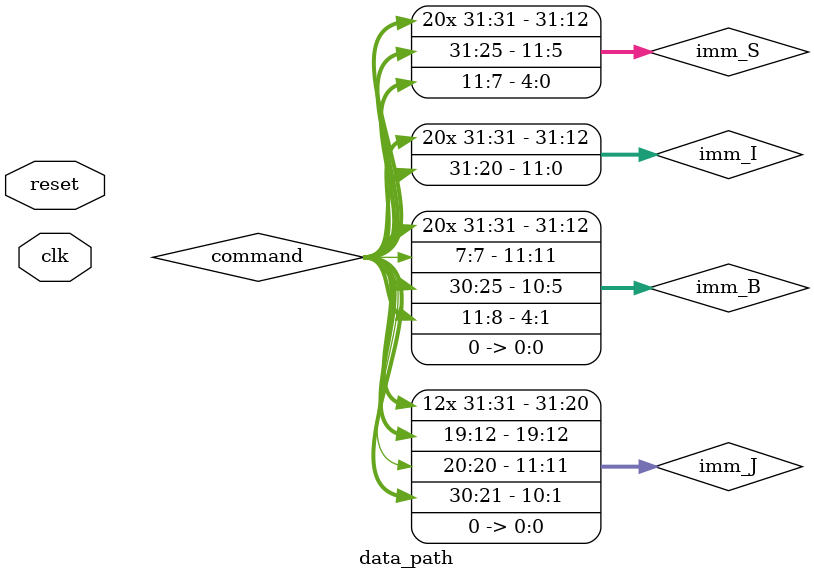
<source format=v>
`timescale 1ns / 1ps

module data_path (
	input           clk,
	input           reset
	);

    reg		[6:0]	PC;
	wire	[31:0]	command;
	wire	[31:0]	data[0:3];
	wire			comp;
	wire    [31:0]  mul[0:5];
	wire	[31:0]	imm_I;
	wire	[31:0]	imm_S;
	wire	[31:0]	imm_J;
	wire	[31:0]	imm_B;

	wire	[1:0]	ex_op_a_sel_o;
	wire	[2:0]	ex_op_b_sel_o;  
	wire	[4:0]	alu_op_o;  
	wire			mem_req_o;      
	wire			mem_we_o;      
	wire	[2:0]	mem_size_o;     
	wire			gpr_we_a_o;     
	wire			wb_src_sel_o;   
	wire			illegal_instr_o;
	wire			branch_o;
	wire			jal_o;       
	wire			jalr_o;         

	riscv_decode	dec_one(
		.fetched_instr_i(command),
		.ex_op_a_sel_o(ex_op_a_sel_o),
		.ex_op_b_sel_o(ex_op_b_sel_o),
		.alu_op_o(alu_op_o),  
		.mem_req_o(mem_req_o),
		.mem_we_o(mem_we_o),
		.mem_size_o(mem_size_o),
		.gpr_we_a_o(gpr_we_a_o),
		.wb_src_sel_o(wb_src_sel_o),
		.illegal_instr_o(illegal_instr_o),
		.branch_o(branch_o),
		.jal_o(jal_o),
		.jalr_o(jalr_o)
	);

	ram ram_one(
			.ad(PC),
			.rd(command)
		);
	
	register_file   regfile_one(
			.clk(clk),
			.reset(reset),
			.a1(command[19:15]),
			.a2(command[24:20]),
			.a3(command[11:7]),
			.wd3(mul[2]),
			.we(gpr_we_a_o),
			.rd1(data[0]),
			.rd2(data[1])
		);  
	
	miriscv_alu mir_one(
			.operator_i(alu_op_o),
			.operand_a_i(mul[0]),
			.operand_b_i(mul[1]),
			.result_o(data[2]),
			.comparison_result_o(comp)
		);

	data_memory	dmem_one(
			.clk(clk),
			.we(mem_we_o),
			.i({mem_req_o, mem_size_o}),
			.wd(data[1]),
			.ad(data[2]),
			.rd(data[3])
		);

	always @(posedge clk)
	begin
		if (reset)
			PC <= 0;
		else
			PC <= mul[5];
	end
	
	assign mul[0] = ex_op_a_sel_o == 0 ? data[0] : (ex_op_a_sel_o == 1 ? PC : 0);
	assign mul[1] = ex_op_b_sel_o == 0 ? data[1] : (ex_op_b_sel_o == 1 ? imm_I : 
					(ex_op_b_sel_o == 2 ? {command[31:12], 12'd0} : 
					(ex_op_b_sel_o == 3 ? imm_S : 'd4)));
	assign  mul[2] = wb_src_sel_o ? data[3] : data[2];
	assign  mul[4] = branch_o ? imm_B : imm_J;
	assign  mul[3] = (jal_o | (comp & branch_o)) ? mul[4] : 'd4;
	assign  mul[5] = jalr_o ? data[0] : PC + mul[3];

    assign  imm_I = {{20{command[31]}}, command[31:20]};
    assign  imm_S = {{20{command[31]}}, command[31:25], command[11:7]};
    assign  imm_J = {{12{command[31]}}, command[31], command[19:12], command[20], command[30:21], 1'b0};
    assign  imm_B = {{20{command[31]}}, command[31], command[7], command[30:25], command[11:8], 1'b0};

endmodule
</source>
